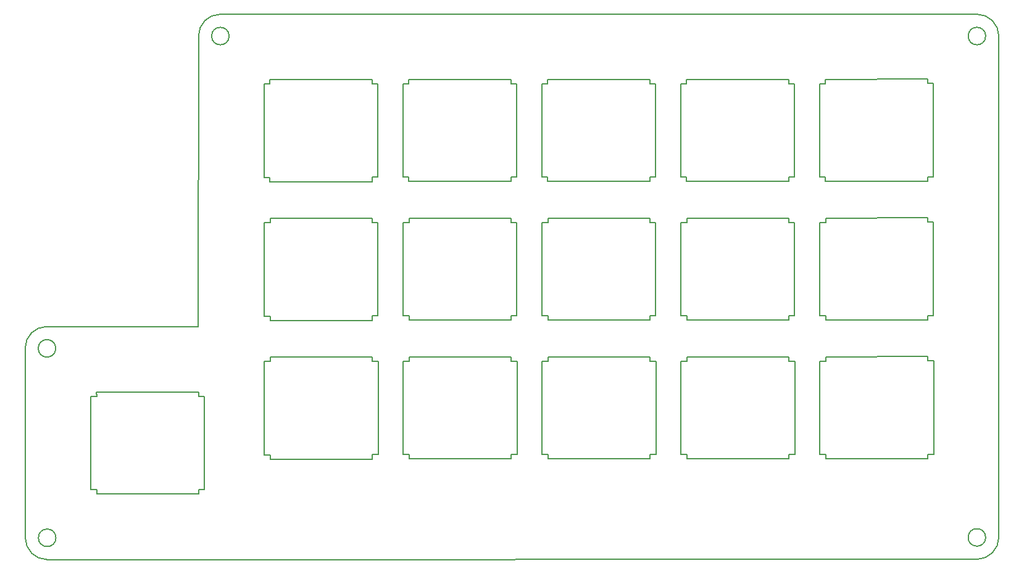
<source format=gbr>
G04 #@! TF.GenerationSoftware,KiCad,Pcbnew,(5.1.4)-1*
G04 #@! TF.CreationDate,2020-11-17T13:55:59-05:00*
G04 #@! TF.ProjectId,Plate,506c6174-652e-46b6-9963-61645f706362,rev?*
G04 #@! TF.SameCoordinates,Original*
G04 #@! TF.FileFunction,Profile,NP*
%FSLAX46Y46*%
G04 Gerber Fmt 4.6, Leading zero omitted, Abs format (unit mm)*
G04 Created by KiCad (PCBNEW (5.1.4)-1) date 2020-11-17 13:55:59*
%MOMM*%
%LPD*%
G04 APERTURE LIST*
%ADD10C,0.200000*%
G04 APERTURE END LIST*
D10*
X150641086Y-53048579D02*
G75*
G03X150641086Y-53048579I-1200000J0D01*
G01*
X46859563Y-53048579D02*
G75*
G03X46859563Y-53048579I-1200000J0D01*
G01*
X150640632Y-121897763D02*
G75*
G03X150640632Y-121897763I-1200000J0D01*
G01*
X23106629Y-121945135D02*
G75*
G03X23106629Y-121945135I-1200000J0D01*
G01*
X23081825Y-95934335D02*
G75*
G03X23081825Y-95934335I-1200000J0D01*
G01*
X42659563Y-53047525D02*
G75*
G02X45659563Y-50048579I3000000J-1054D01*
G01*
X149441086Y-50048579D02*
G75*
G02X152441086Y-53048599I0J-3000000D01*
G01*
X152440632Y-121897783D02*
G75*
G02X149441746Y-124897763I-3000000J20D01*
G01*
X21907743Y-124945134D02*
G75*
G02X18906631Y-121947995I-1114J2999999D01*
G01*
X18881826Y-95937196D02*
G75*
G02X21881825Y-92934335I2999999J2861D01*
G01*
X18881827Y-95937196D02*
X18906631Y-121947995D01*
X21907744Y-124945134D02*
X149441746Y-124897763D01*
X152441086Y-53048599D02*
X152440632Y-121897783D01*
X45659563Y-50048579D02*
X149441086Y-50048579D01*
X42645550Y-92934335D02*
X42659563Y-53047525D01*
X21881825Y-92934335D02*
X42645550Y-92934335D01*
X142661526Y-58967541D02*
X142662729Y-59566627D01*
X128661982Y-58979392D02*
X142661526Y-58967541D01*
X128662721Y-59580216D02*
X128661982Y-58979392D01*
X127862466Y-59580496D02*
X128662721Y-59580216D01*
X127874022Y-72380156D02*
X127862466Y-59580496D01*
X128674103Y-72380141D02*
X127874022Y-72380156D01*
X128675404Y-72979252D02*
X128674103Y-72380141D01*
X142674825Y-72967472D02*
X128675404Y-72979252D01*
X142674112Y-72366551D02*
X142674825Y-72967472D01*
X143474367Y-72366271D02*
X142674112Y-72366551D01*
X143462985Y-59566347D02*
X143474367Y-72366271D01*
X142662729Y-59566627D02*
X143462985Y-59566347D01*
X123613164Y-58983462D02*
X123612648Y-59583951D01*
X109613085Y-58996929D02*
X123613164Y-58983462D01*
X109613104Y-59595802D02*
X109613085Y-58996929D01*
X108812681Y-59597486D02*
X109613104Y-59595802D01*
X108823773Y-72397333D02*
X108812681Y-59597486D01*
X109624221Y-72397105D02*
X108823773Y-72397333D01*
X109625225Y-72996551D02*
X109624221Y-72397105D01*
X123624847Y-72984411D02*
X109625225Y-72996551D01*
X123624030Y-72383876D02*
X123624847Y-72984411D01*
X124424285Y-72383596D02*
X123624030Y-72383876D01*
X124412806Y-59583646D02*
X124424285Y-72383596D01*
X123612648Y-59583951D02*
X124412806Y-59583646D01*
X104562625Y-59002114D02*
X104562669Y-59600890D01*
X90563081Y-59013964D02*
X104562625Y-59002114D01*
X90562661Y-59614479D02*
X90563081Y-59013964D01*
X89762213Y-59614707D02*
X90562661Y-59614479D01*
X89773691Y-72414658D02*
X89762213Y-59614707D01*
X90573850Y-72414352D02*
X89773691Y-72414658D01*
X90575247Y-73013489D02*
X90573850Y-72414352D01*
X104574765Y-73001735D02*
X90575247Y-73013489D01*
X104573858Y-72400763D02*
X104574765Y-73001735D01*
X105374210Y-72400509D02*
X104573858Y-72400763D01*
X105362731Y-59600558D02*
X105374210Y-72400509D01*
X104562669Y-59600890D02*
X105362731Y-59600558D01*
X85513008Y-59017700D02*
X85512588Y-59618215D01*
X71513025Y-59031192D02*
X85513008Y-59017700D01*
X71513044Y-59630065D02*
X71513025Y-59031192D01*
X70712595Y-59630293D02*
X71513044Y-59630065D01*
X70723810Y-72431622D02*
X70712595Y-59630293D01*
X71524233Y-72429938D02*
X70723810Y-72431622D01*
X71525165Y-73030814D02*
X71524233Y-72429938D01*
X85525148Y-73017321D02*
X71525165Y-73030814D01*
X85523777Y-72418087D02*
X85525148Y-73017321D01*
X86324225Y-72417859D02*
X85523777Y-72418087D01*
X86312650Y-59617883D02*
X86324225Y-72417859D01*
X85512588Y-59618215D02*
X86312650Y-59617883D01*
X142678657Y-78017571D02*
X142679861Y-78616657D01*
X128679113Y-78029422D02*
X142678657Y-78017571D01*
X128679853Y-78630246D02*
X128679113Y-78029422D01*
X127879694Y-78630552D02*
X128679853Y-78630246D01*
X127891076Y-91430476D02*
X127879694Y-78630552D01*
X128691235Y-91430171D02*
X127891076Y-91430476D01*
X128691183Y-92028921D02*
X128691235Y-91430171D01*
X142692024Y-92017520D02*
X128691183Y-92028921D01*
X142691291Y-91416594D02*
X142692024Y-92017520D01*
X143491527Y-91416309D02*
X142691291Y-91416594D01*
X143480155Y-78616387D02*
X143491527Y-91416309D01*
X142679861Y-78616657D02*
X143480155Y-78616387D01*
X66462565Y-59036377D02*
X66462609Y-59635153D01*
X52461862Y-59047918D02*
X66462565Y-59036377D01*
X52463252Y-59647467D02*
X52461862Y-59047918D01*
X51661766Y-59648867D02*
X52463252Y-59647467D01*
X51673342Y-72448843D02*
X51661766Y-59648867D01*
X52473790Y-72448615D02*
X51673342Y-72448843D01*
X52475187Y-73047752D02*
X52473790Y-72448615D01*
X66474705Y-73035998D02*
X52475187Y-73047752D01*
X66473798Y-72435026D02*
X66474705Y-73035998D01*
X67274247Y-72434797D02*
X66473798Y-72435026D01*
X67262929Y-59633855D02*
X67274247Y-72434797D01*
X66462609Y-59635153D02*
X67262929Y-59633855D01*
X123629040Y-78033157D02*
X123629779Y-78633982D01*
X109628961Y-78046624D02*
X123629040Y-78033157D01*
X109630429Y-78645883D02*
X109628961Y-78046624D01*
X108829619Y-78647464D02*
X109630429Y-78645883D01*
X108841098Y-91447414D02*
X108829619Y-78647464D01*
X109641160Y-91447083D02*
X108841098Y-91447414D01*
X109642189Y-92047985D02*
X109641160Y-91447083D01*
X123640626Y-92034079D02*
X109642189Y-92047985D01*
X123640800Y-91435259D02*
X123640626Y-92034079D01*
X124441417Y-91433626D02*
X123640800Y-91435259D01*
X124430034Y-78633702D02*
X124441417Y-91433626D01*
X123629779Y-78633982D02*
X124430034Y-78633702D01*
X104578500Y-78051809D02*
X104579504Y-78651255D01*
X90578982Y-78063562D02*
X104578500Y-78051809D01*
X90579599Y-78664458D02*
X90578982Y-78063562D01*
X89779537Y-78664789D02*
X90579599Y-78664458D01*
X89792369Y-91465100D02*
X89779537Y-78664789D01*
X90591175Y-91464434D02*
X89792369Y-91465100D01*
X90592185Y-92063467D02*
X90591175Y-91464434D01*
X104591703Y-92051714D02*
X90592185Y-92063467D01*
X104591086Y-91450818D02*
X104591703Y-92051714D01*
X105391245Y-91450513D02*
X104591086Y-91450818D01*
X105379953Y-78651027D02*
X105391245Y-91450513D01*
X104579504Y-78651255D02*
X105379953Y-78651027D01*
X85528806Y-78067684D02*
X85530879Y-78668554D01*
X71528997Y-78080913D02*
X85528806Y-78067684D01*
X71529905Y-78680333D02*
X71528997Y-78080913D01*
X70729817Y-78680761D02*
X71529905Y-78680333D01*
X70740748Y-91481600D02*
X70729817Y-78680761D01*
X71541557Y-91480019D02*
X70740748Y-91481600D01*
X71542104Y-92080792D02*
X71541557Y-91480019D01*
X85541725Y-92068652D02*
X71542104Y-92080792D01*
X85541005Y-91468143D02*
X85541725Y-92068652D01*
X86341163Y-91467838D02*
X85541005Y-91468143D01*
X86329974Y-78667965D02*
X86341163Y-91467838D01*
X85530879Y-78668554D02*
X86329974Y-78667965D01*
X142695827Y-97067612D02*
X142696947Y-97667089D01*
X128696367Y-97079381D02*
X142695827Y-97067612D01*
X128697081Y-97680302D02*
X128696367Y-97079381D01*
X127896825Y-97680582D02*
X128697081Y-97680302D01*
X127908233Y-110480410D02*
X127896825Y-97680582D01*
X128708489Y-110480130D02*
X127908233Y-110480410D01*
X128709615Y-111079505D02*
X128708489Y-110480130D01*
X142709191Y-111067456D02*
X128709615Y-111079505D01*
X142708442Y-110466629D02*
X142709191Y-111067456D01*
X143508668Y-110466342D02*
X142708442Y-110466629D01*
X143495876Y-97666351D02*
X143508668Y-110466342D01*
X142696947Y-97667089D02*
X143495876Y-97666351D01*
X66478440Y-78086072D02*
X66479444Y-78685518D01*
X52478916Y-78098238D02*
X66478440Y-78086072D01*
X52479539Y-78698721D02*
X52478916Y-78098238D01*
X51679477Y-78699052D02*
X52479539Y-78698721D01*
X51690666Y-91498925D02*
X51679477Y-78699052D01*
X52491115Y-91498697D02*
X51690666Y-91498925D01*
X52492170Y-92097949D02*
X52491115Y-91498697D01*
X66491643Y-92085977D02*
X52492170Y-92097949D01*
X66492372Y-91485855D02*
X66491643Y-92085977D01*
X67291082Y-91485162D02*
X66492372Y-91485855D01*
X67279893Y-78685290D02*
X67291082Y-91485162D01*
X66479444Y-78685518D02*
X67279893Y-78685290D01*
X123647447Y-97083838D02*
X123646911Y-97684012D01*
X109646285Y-97096706D02*
X123647447Y-97083838D01*
X109647289Y-97696152D02*
X109646285Y-97096706D01*
X108846944Y-97697546D02*
X109647289Y-97696152D01*
X108858081Y-110497612D02*
X108846944Y-97697546D01*
X109658362Y-110497235D02*
X108858081Y-110497612D01*
X109659224Y-111097989D02*
X109658362Y-110497235D01*
X123659084Y-111084567D02*
X109659224Y-111097989D01*
X123657932Y-110485289D02*
X123659084Y-111084567D01*
X124457196Y-110483295D02*
X123657932Y-110485289D01*
X124447166Y-97683732D02*
X124457196Y-110483295D01*
X123646911Y-97684012D02*
X124447166Y-97683732D01*
X104596888Y-97102174D02*
X104596829Y-97701336D01*
X90596204Y-97114030D02*
X104596888Y-97102174D01*
X90596924Y-97714539D02*
X90596204Y-97114030D01*
X89796862Y-97714871D02*
X90596924Y-97714539D01*
X89807954Y-110514718D02*
X89796862Y-97714871D01*
X90608403Y-110514489D02*
X89807954Y-110514718D01*
X90608106Y-111113381D02*
X90608403Y-110514489D01*
X104609028Y-111101795D02*
X90608106Y-111113381D01*
X104608360Y-110501093D02*
X104609028Y-111101795D01*
X105408422Y-110500762D02*
X104608360Y-110501093D01*
X105396917Y-97700908D02*
X105408422Y-110500762D01*
X104596829Y-97701336D02*
X105396917Y-97700908D01*
X85547193Y-97118049D02*
X85546851Y-97718275D01*
X71545910Y-97130988D02*
X85547193Y-97118049D01*
X71547229Y-97730415D02*
X71545910Y-97130988D01*
X70746446Y-97731899D02*
X71547229Y-97730415D01*
X70758021Y-110531875D02*
X70746446Y-97731899D01*
X71558444Y-110530191D02*
X70758021Y-110531875D01*
X71558050Y-111130609D02*
X71558444Y-110530191D01*
X85558998Y-111118927D02*
X71558050Y-111130609D01*
X85558040Y-110518147D02*
X85558998Y-111118927D01*
X86358823Y-110516663D02*
X85558040Y-110518147D01*
X86348265Y-97718304D02*
X86358823Y-110516663D01*
X85546851Y-97718275D02*
X86348265Y-97718304D01*
X66496828Y-97136437D02*
X66496795Y-97735503D01*
X52495880Y-97148119D02*
X66496828Y-97136437D01*
X52496864Y-97748802D02*
X52495880Y-97148119D01*
X51696390Y-97749127D02*
X52496864Y-97748802D01*
X51707991Y-110549006D02*
X51696390Y-97749127D01*
X52508053Y-110548675D02*
X51707991Y-110549006D01*
X52508020Y-111147741D02*
X52508053Y-110548675D01*
X66508968Y-111136058D02*
X52508020Y-111147741D01*
X66507984Y-110535375D02*
X66508968Y-111136058D01*
X67308458Y-110535051D02*
X66507984Y-110535375D01*
X67296857Y-97735171D02*
X67308458Y-110535051D01*
X66496795Y-97735503D02*
X67296857Y-97735171D01*
X42687255Y-101918998D02*
X42689302Y-102519964D01*
X28687369Y-101930964D02*
X42687255Y-101918998D01*
X28688450Y-102531673D02*
X28687369Y-101930964D01*
X27888292Y-102531978D02*
X28688450Y-102531673D01*
X27900833Y-115332212D02*
X27888292Y-102531978D01*
X28701000Y-115331877D02*
X27900833Y-115332212D01*
X28701450Y-115931072D02*
X28701000Y-115331877D01*
X42700559Y-115918909D02*
X28701450Y-115931072D01*
X42700938Y-115318549D02*
X42700559Y-115918909D01*
X43500031Y-115317969D02*
X42700938Y-115318549D01*
X43488830Y-102518145D02*
X43500031Y-115317969D01*
X42689302Y-102519964D02*
X43488830Y-102518145D01*
M02*

</source>
